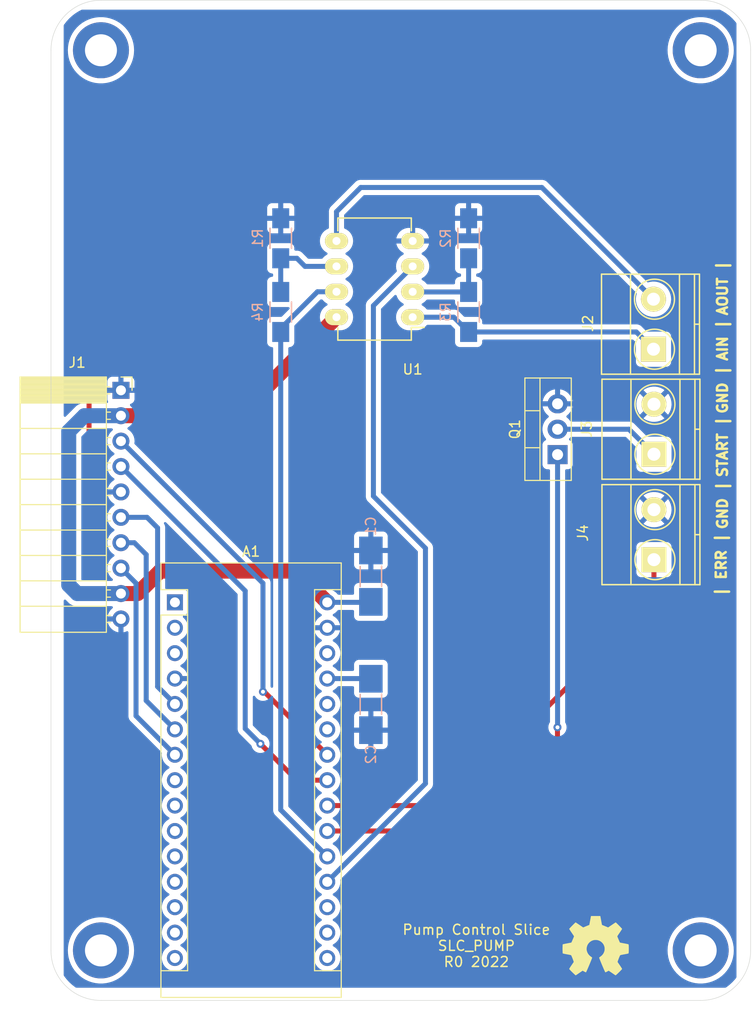
<source format=kicad_pcb>
(kicad_pcb (version 20211014) (generator pcbnew)
  (layers (0 "F.Cu" signal) (31 "B.Cu" signal) (34 "B.Paste" user) (35 "F.Paste" user) (36 "B.SilkS" user "B.Silkscreen") (37 "F.SilkS" user "F.Silkscreen") (38 "B.Mask" user) (39 "F.Mask" user) (44 "Edge.Cuts" user))
  (net 0 "")
  (net 4 "GND")
  (net 7 "/A_TO_PUMP")
  (net 8 "+5V")
  (net 9 "/A_FB")
  (net 10 "/start_sw")
  (net 11 "/error_io")
  (net 14 "/I2C_CLK")
  (net 16 "/I2C_DAT")
  (net 18 "/SYNC")
  (net 20 "/E_STOP")
  (net 28 "+12V")
  (net 29 "/INT")
  (net 30 "/start")
  (net 31 "Net-(R1-Pad2)")
  (net 32 "Net-(R2-Pad2)")
  (net 33 "/A_IN")
  (net 34 "/A_OUT")
  (footprint "MountingHole:MountingHole_3.2mm_M3_DIN965_Pad" (layer "F.Cu") (at 127.6 44.8)
    (fp_text reference "H1" hide)
    (fp_text value "MountingHole")
    (pad "1" thru_hole circle locked (at 0 0) (size 5.6 5.6) (drill 3.2) (layers *.Cu *.Mask))
  )
  (footprint "MountingHole:MountingHole_3.2mm_M3_DIN965_Pad" (layer "F.Cu") (at 187.6 44.8)
    (fp_text reference "H2" hide)
    (fp_text value "MountingHole")
    (pad "1" thru_hole circle locked (at 0 0) (size 5.6 5.6) (drill 3.2) (layers *.Cu *.Mask))
  )
  (footprint "MountingHole:MountingHole_3.2mm_M3_DIN965_Pad" (layer "F.Cu") (at 127.6 134.8)
    (fp_text reference "H3" hide)
    (fp_text value "MountingHole")
    (pad "1" thru_hole circle locked (at 0 0) (size 5.6 5.6) (drill 3.2) (layers *.Cu *.Mask))
  )
  (footprint "MountingHole:MountingHole_3.2mm_M3_DIN965_Pad" (layer "F.Cu") (at 187.6 134.8)
    (fp_text reference "H4" hide)
    (fp_text value "MountingHole")
    (pad "1" thru_hole circle locked (at 0 0) (size 5.6 5.6) (drill 3.2) (layers *.Cu *.Mask))
  )
  (footprint "Module:Arduino_Nano" (layer "F.Cu") (at 135 100)
    (fp_text reference "A1" (at 7.62 -5.08) (layer "F.SilkS"))
    (fp_text value "Arduino_Nano_v3.x")
    (fp_line (start 1.27 -1.27) (end -1.4 -1.27) (layer "F.SilkS") (width 0.12))
    (fp_line (start 13.97 -1.27) (end 13.97 36.83) (layer "F.SilkS") (width 0.12))
    (fp_line (start 1.27 36.83) (end -1.4 36.83) (layer "F.SilkS") (width 0.12))
    (fp_line (start -1.4 -3.94) (end -1.4 -1.27) (layer "F.SilkS") (width 0.12))
    (fp_line (start 1.27 1.27) (end 1.27 36.83) (layer "F.SilkS") (width 0.12))
    (fp_line (start 1.27 1.27) (end -1.4 1.27) (layer "F.SilkS") (width 0.12))
    (fp_line (start 13.97 -1.27) (end 16.64 -1.27) (layer "F.SilkS") (width 0.12))
    (fp_line (start 16.64 39.5) (end 16.64 -3.94) (layer "F.SilkS") (width 0.12))
    (fp_line (start 13.97 36.83) (end 16.64 36.83) (layer "F.SilkS") (width 0.12))
    (fp_line (start -1.4 39.5) (end 16.64 39.5) (layer "F.SilkS") (width 0.12))
    (fp_line (start -1.4 1.27) (end -1.4 39.5) (layer "F.SilkS") (width 0.12))
    (fp_line (start 1.27 1.27) (end 1.27 -1.27) (layer "F.SilkS") (width 0.12))
    (fp_line (start 16.64 -3.94) (end -1.4 -3.94) (layer "F.SilkS") (width 0.12))
    (pad "1" thru_hole rect locked (at 0 0) (size 1.6 1.6) (drill 1) (layers *.Cu *.Mask))
    (pad "2" thru_hole oval locked (at 0 2.54) (size 1.6 1.6) (drill 1) (layers *.Cu *.Mask))
    (pad "3" thru_hole oval locked (at 0 5.08) (size 1.6 1.6) (drill 1) (layers *.Cu *.Mask))
    (pad "4" thru_hole oval locked (at 0 7.62) (size 1.6 1.6) (drill 1) (layers *.Cu *.Mask) (net 4 "GND"))
    (pad "5" thru_hole oval locked (at 0 10.16) (size 1.6 1.6) (drill 1) (layers *.Cu *.Mask) (net 20 "/E_STOP"))
    (pad "6" thru_hole oval locked (at 0 12.7) (size 1.6 1.6) (drill 1) (layers *.Cu *.Mask) (net 29 "/INT"))
    (pad "7" thru_hole oval locked (at 0 15.24) (size 1.6 1.6) (drill 1) (layers *.Cu *.Mask) (net 18 "/SYNC"))
    (pad "8" thru_hole oval locked (at 0 17.78) (size 1.6 1.6) (drill 1) (layers *.Cu *.Mask))
    (pad "9" thru_hole oval locked (at 0 20.32) (size 1.6 1.6) (drill 1) (layers *.Cu *.Mask))
    (pad "10" thru_hole oval locked (at 0 22.86) (size 1.6 1.6) (drill 1) (layers *.Cu *.Mask))
    (pad "11" thru_hole oval locked (at 0 25.4) (size 1.6 1.6) (drill 1) (layers *.Cu *.Mask))
    (pad "12" thru_hole oval locked (at 0 27.94) (size 1.6 1.6) (drill 1) (layers *.Cu *.Mask))
    (pad "13" thru_hole oval locked (at 0 30.48) (size 1.6 1.6) (drill 1) (layers *.Cu *.Mask))
    (pad "14" thru_hole oval locked (at 0 33.02) (size 1.6 1.6) (drill 1) (layers *.Cu *.Mask))
    (pad "15" thru_hole oval locked (at 0 35.56) (size 1.6 1.6) (drill 1) (layers *.Cu *.Mask))
    (pad "16" thru_hole oval locked (at 15.24 35.56) (size 1.6 1.6) (drill 1) (layers *.Cu *.Mask))
    (pad "17" thru_hole oval locked (at 15.24 33.02) (size 1.6 1.6) (drill 1) (layers *.Cu *.Mask))
    (pad "18" thru_hole oval locked (at 15.24 30.48) (size 1.6 1.6) (drill 1) (layers *.Cu *.Mask))
    (pad "19" thru_hole oval locked (at 15.24 27.94) (size 1.6 1.6) (drill 1) (layers *.Cu *.Mask) (net 7 "/A_TO_PUMP"))
    (pad "20" thru_hole oval locked (at 15.24 25.4) (size 1.6 1.6) (drill 1) (layers *.Cu *.Mask) (net 9 "/A_FB"))
    (pad "21" thru_hole oval locked (at 15.24 22.86) (size 1.6 1.6) (drill 1) (layers *.Cu *.Mask) (net 10 "/start_sw"))
    (pad "22" thru_hole oval locked (at 15.24 20.32) (size 1.6 1.6) (drill 1) (layers *.Cu *.Mask) (net 11 "/error_io"))
    (pad "23" thru_hole oval locked (at 15.24 17.78) (size 1.6 1.6) (drill 1) (layers *.Cu *.Mask) (net 16 "/I2C_DAT"))
    (pad "24" thru_hole oval locked (at 15.24 15.24) (size 1.6 1.6) (drill 1) (layers *.Cu *.Mask) (net 14 "/I2C_CLK"))
    (pad "25" thru_hole oval locked (at 15.24 12.7) (size 1.6 1.6) (drill 1) (layers *.Cu *.Mask))
    (pad "26" thru_hole oval locked (at 15.24 10.16) (size 1.6 1.6) (drill 1) (layers *.Cu *.Mask))
    (pad "27" thru_hole oval locked (at 15.24 7.62) (size 1.6 1.6) (drill 1) (layers *.Cu *.Mask) (net 8 "+5V"))
    (pad "28" thru_hole oval locked (at 15.24 5.08) (size 1.6 1.6) (drill 1) (layers *.Cu *.Mask))
    (pad "29" thru_hole oval locked (at 15.24 2.54) (size 1.6 1.6) (drill 1) (layers *.Cu *.Mask) (net 4 "GND"))
    (pad "30" thru_hole oval locked (at 15.24 0) (size 1.6 1.6) (drill 1) (layers *.Cu *.Mask) (net 28 "+12V"))
  )
  (footprint "Connector_PinSocket_2.54mm:PinSocket_1x10_P2.54mm_Horizontal" (layer "F.Cu") (at 129.6 78.8)
    (fp_text reference "J1" (at -4.38 -2.77) (layer "F.SilkS"))
    (fp_text value "Conn_01x10_Female")
    (fp_line (start -10.09 -0.26524) (end -1.46 -0.26524) (layer "F.SilkS") (width 0.12))
    (fp_line (start -10.09 -1.33) (end -1.46 -1.33) (layer "F.SilkS") (width 0.12))
    (fp_line (start -10.09 1.1519) (end -1.46 1.1519) (layer "F.SilkS") (width 0.12))
    (fp_line (start -10.09 16.51) (end -1.46 16.51) (layer "F.SilkS") (width 0.12))
    (fp_line (start -10.09 3.81) (end -1.46 3.81) (layer "F.SilkS") (width 0.12))
    (fp_line (start -10.09 19.05) (end -1.46 19.05) (layer "F.SilkS") (width 0.12))
    (fp_line (start -10.09 -0.619525) (end -1.46 -0.619525) (layer "F.SilkS") (width 0.12))
    (fp_line (start -1.46 22.5) (end -1.05 22.5) (layer "F.SilkS") (width 0.12))
    (fp_line (start -1.46 0.36) (end -1.11 0.36) (layer "F.SilkS") (width 0.12))
    (fp_line (start -10.09 0.325235) (end -1.46 0.325235) (layer "F.SilkS") (width 0.12))
    (fp_line (start -10.09 -1.091905) (end -1.46 -1.091905) (layer "F.SilkS") (width 0.12))
    (fp_line (start -1.46 2.18) (end -1.05 2.18) (layer "F.SilkS") (width 0.12))
    (fp_line (start -1.46 2.9) (end -1.05 2.9) (layer "F.SilkS") (width 0.12))
    (fp_line (start -10.09 -0.855715) (end -1.46 -0.855715) (layer "F.SilkS") (width 0.12))
    (fp_line (start 1.11 -1.33) (end 1.11 0) (layer "F.SilkS") (width 0.12))
    (fp_line (start -10.09 1.033805) (end -1.46 1.033805) (layer "F.SilkS") (width 0.12))
    (fp_line (start -1.46 18.14) (end -1.05 18.14) (layer "F.SilkS") (width 0.12))
    (fp_line (start -1.46 15.6) (end -1.05 15.6) (layer "F.SilkS") (width 0.12))
    (fp_line (start -10.09 -1.33) (end -10.09 24.19) (layer "F.SilkS") (width 0.12))
    (fp_line (start -10.09 1.27) (end -1.46 1.27) (layer "F.SilkS") (width 0.12))
    (fp_line (start -10.09 -0.02905) (end -1.46 -0.02905) (layer "F.SilkS") (width 0.12))
    (fp_line (start -1.46 9.8) (end -1.05 9.8) (layer "F.SilkS") (width 0.12))
    (fp_line (start -1.46 19.96) (end -1.05 19.96) (layer "F.SilkS") (width 0.12))
    (fp_line (start -10.09 0.561425) (end -1.46 0.561425) (layer "F.SilkS") (width 0.12))
    (fp_line (start -10.09 -0.97381) (end -1.46 -0.97381) (layer "F.SilkS") (width 0.12))
    (fp_line (start -10.09 13.97) (end -1.46 13.97) (layer "F.SilkS") (width 0.12))
    (fp_line (start -10.09 -0.383335) (end -1.46 -0.383335) (layer "F.SilkS") (width 0.12))
    (fp_line (start -1.46 5.44) (end -1.05 5.44) (layer "F.SilkS") (width 0.12))
    (fp_line (start -1.46 13.06) (end -1.05 13.06) (layer "F.SilkS") (width 0.12))
    (fp_line (start -1.46 10.52) (end -1.05 10.52) (layer "F.SilkS") (width 0.12))
    (fp_line (start -10.09 0.20714) (end -1.46 0.20714) (layer "F.SilkS") (width 0.12))
    (fp_line (start -10.09 -1.21) (end -1.46 -1.21) (layer "F.SilkS") (width 0.12))
    (fp_line (start -10.09 -0.73762) (end -1.46 -0.73762) (layer "F.SilkS") (width 0.12))
    (fp_line (start -10.09 0.44333) (end -1.46 0.44333) (layer "F.SilkS") (width 0.12))
    (fp_line (start -1.46 23.22) (end -1.05 23.22) (layer "F.SilkS") (width 0.12))
    (fp_line (start -10.09 0.67952) (end -1.46 0.67952) (layer "F.SilkS") (width 0.12))
    (fp_line (start -1.46 7.26) (end -1.05 7.26) (layer "F.SilkS") (width 0.12))
    (fp_line (start -10.09 0.91571) (end -1.46 0.91571) (layer "F.SilkS") (width 0.12))
    (fp_line (start 0 -1.33) (end 1.11 -1.33) (layer "F.SilkS") (width 0.12))
    (fp_line (start -1.46 7.98) (end -1.05 7.98) (layer "F.SilkS") (width 0.12))
    (fp_line (start -10.09 8.89) (end -1.46 8.89) (layer "F.SilkS") (width 0.12))
    (fp_line (start -10.09 24.19) (end -1.46 24.19) (layer "F.SilkS") (width 0.12))
    (fp_line (start -10.09 11.43) (end -1.46 11.43) (layer "F.SilkS") (width 0.12))
    (fp_line (start -10.09 0.797615) (end -1.46 0.797615) (layer "F.SilkS") (width 0.12))
    (fp_line (start -10.09 21.59) (end -1.46 21.59) (layer "F.SilkS") (width 0.12))
    (fp_line (start -10.09 -0.147145) (end -1.46 -0.147145) (layer "F.SilkS") (width 0.12))
    (fp_line (start -1.46 12.34) (end -1.05 12.34) (layer "F.SilkS") (width 0.12))
    (fp_line (start -1.46 14.88) (end -1.05 14.88) (layer "F.SilkS") (width 0.12))
    (fp_line (start -10.09 0.089045) (end -1.46 0.089045) (layer "F.SilkS") (width 0.12))
    (fp_line (start -1.46 17.42) (end -1.05 17.42) (layer "F.SilkS") (width 0.12))
    (fp_line (start -1.46 20.68) (end -1.05 20.68) (layer "F.SilkS") (width 0.12))
    (fp_line (start -10.09 -0.50143) (end -1.46 -0.50143) (layer "F.SilkS") (width 0.12))
    (fp_line (start -1.46 4.72) (end -1.05 4.72) (layer "F.SilkS") (width 0.12))
    (fp_line (start -1.46 -0.36) (end -1.11 -0.36) (layer "F.SilkS") (width 0.12))
    (fp_line (start -1.46 -1.33) (end -1.46 24.19) (layer "F.SilkS") (width 0.12))
    (fp_line (start -10.09 6.35) (end -1.46 6.35) (layer "F.SilkS") (width 0.12))
    (pad "1" thru_hole rect locked (at 0 0) (size 1.7 1.7) (drill 1) (layers *.Cu *.Mask) (net 4 "GND"))
    (pad "2" thru_hole oval locked (at 0 2.54) (size 1.7 1.7) (drill 1) (layers *.Cu *.Mask) (net 28 "+12V"))
    (pad "3" thru_hole oval locked (at 0 5.08) (size 1.7 1.7) (drill 1) (layers *.Cu *.Mask) (net 14 "/I2C_CLK"))
    (pad "4" thru_hole oval locked (at 0 7.62) (size 1.7 1.7) (drill 1) (layers *.Cu *.Mask) (net 16 "/I2C_DAT"))
    (pad "5" thru_hole oval locked (at 0 10.16) (size 1.7 1.7) (drill 1) (layers *.Cu *.Mask) (net 4 "GND"))
    (pad "6" thru_hole oval locked (at 0 12.7) (size 1.7 1.7) (drill 1) (layers *.Cu *.Mask) (net 20 "/E_STOP"))
    (pad "7" thru_hole oval locked (at 0 15.24) (size 1.7 1.7) (drill 1) (layers *.Cu *.Mask) (net 29 "/INT"))
    (pad "8" thru_hole oval locked (at 0 17.78) (size 1.7 1.7) (drill 1) (layers *.Cu *.Mask) (net 18 "/SYNC"))
    (pad "9" thru_hole oval locked (at 0 20.32) (size 1.7 1.7) (drill 1) (layers *.Cu *.Mask) (net 28 "+12V"))
    (pad "10" thru_hole oval locked (at 0 22.86) (size 1.7 1.7) (drill 1) (layers *.Cu *.Mask) (net 4 "GND"))
  )
  (footprint "Symbol:OSHW-Symbol_6.7x6mm_SilkScreen" (layer "F.Cu") (at 177.083 134.339)
    (fp_text reference "Logo1" hide)
    (fp_text value "Logo_Open_Hardware_Small" hide)
    (fp_poly (pts (xy 0.555814 -2.531069) (xy 0.639635 -2.086445) (xy 0.94892 -1.958947) (xy 1.258206 -1.831449) (xy 1.629246 -2.083754) (xy 1.733157 -2.154004) (xy 1.827087 -2.216728) (xy 1.906652 -2.269062) (xy 1.96747 -2.308143) (xy 2.005157 -2.331107) (xy 2.015421 -2.336058) (xy 2.03391 -2.323324) (xy 2.07342 -2.288118) (xy 2.129522 -2.234938) (xy 2.197787 -2.168282) (xy 2.273786 -2.092646) (xy 2.353092 -2.012528) (xy 2.431275 -1.932426) (xy 2.503907 -1.856836) (xy 2.566559 -1.790255) (xy 2.614803 -1.737182) (xy 2.64421 -1.702113) (xy 2.651241 -1.690377) (xy 2.641123 -1.66874) (xy 2.612759 -1.621338) (xy 2.569129 -1.552807) (xy 2.513218 -1.467785) (xy 2.448006 -1.370907) (xy 2.410219 -1.31565) (xy 2.341343 -1.214752) (xy 2.28014 -1.123701) (xy 2.229578 -1.04703) (xy 2.192628 -0.989272) (xy 2.172258 -0.954957) (xy 2.169197 -0.947746) (xy 2.176136 -0.927252) (xy 2.195051 -0.879487) (xy 2.223087 -0.811168) (xy 2.257391 -0.729011) (xy 2.295109 -0.63973) (xy 2.333387 -0.550042) (xy 2.36937 -0.466662) (xy 2.400206 -0.396306) (xy 2.423039 -0.34569) (xy 2.435017 -0.321529) (xy 2.435724 -0.320578) (xy 2.454531 -0.315964) (xy 2.504618 -0.305672) (xy 2.580793 -0.290713) (xy 2.677865 -0.272099) (xy 2.790643 -0.250841) (xy 2.856442 -0.238582) (xy 2.97695 -0.215638) (xy 3.085797 -0.193805) (xy 3.177476 -0.174278) (xy 3.246481 -0.158252) (xy 3.287304 -0.146921) (xy 3.295511 -0.143326) (xy 3.303548 -0.118994) (xy 3.310033 -0.064041) (xy 3.31497 0.015108) (xy 3.318364 0.112026) (xy 3.320218 0.220287) (xy 3.320538 0.333465) (xy 3.319327 0.445135) (xy 3.31659 0.548868) (xy 3.312331 0.638241) (xy 3.306555 0.706826) (xy 3.299267 0.748197) (xy 3.294895 0.75681) (xy 3.268764 0.767133) (xy 3.213393 0.781892) (xy 3.136107 0.799352) (xy 3.04423 0.81778) (xy 3.012158 0.823741) (xy 2.857524 0.852066) (xy 2.735375 0.874876) (xy 2.641673 0.89308) (xy 2.572384 0.907583) (xy 2.523471 0.919292) (xy 2.490897 0.929115) (xy 2.470628 0.937956) (xy 2.458626 0.946724) (xy 2.456947 0.948457) (xy 2.440184 0.976371) (xy 2.414614 1.030695) (xy 2.382788 1.104777) (xy 2.34726 1.191965) (xy 2.310583 1.285608) (xy 2.275311 1.379052) (xy 2.243996 1.465647) (xy 2.219193 1.53874) (xy 2.203454 1.591678) (xy 2.199332 1.617811) (xy 2.199676 1.618726) (xy 2.213641 1.640086) (xy 2.245322 1.687084) (xy 2.291391 1.754827) (xy 2.348518 1.838423) (xy 2.413373 1.932982) (xy 2.431843 1.959854) (xy 2.497699 2.057275) (xy 2.55565 2.146163) (xy 2.602538 2.221412) (xy 2.635207 2.27792) (xy 2.6505 2.310581) (xy 2.651241 2.314593) (xy 2.638392 2.335684) (xy 2.602888 2.377464) (xy 2.549293 2.435445) (xy 2.482171 2.505135) (xy 2.406087 2.582045) (xy 2.325604 2.661683) (xy 2.245287 2.739561) (xy 2.169699 2.811186) (xy 2.103405 2.87207) (xy 2.050969 2.917721) (xy 2.016955 2.94365) (xy 2.007545 2.947883) (xy 1.985643 2.937912) (xy 1.9408 2.91102) (xy 1.880321 2.871736) (xy 1.833789 2.840117) (xy 1.749475 2.782098) (xy 1.649626 2.713784) (xy 1.549473 2.645579) (xy 1.495627 2.609075) (xy 1.313371 2.4858) (xy 1.160381 2.56852) (xy 1.090682 2.604759) (xy 1.031414 2.632926) (xy 0.991311 2.648991) (xy 0.981103 2.651226) (xy 0.968829 2.634722) (xy 0.944613 2.588082) (xy 0.910263 2.515609) (xy 0.867588 2.421606) (xy 0.818394 2.310374) (xy 0.76449 2.186215) (xy 0.707684 2.053432) (xy 0.649782 1.916327) (xy 0.592593 1.779202) (xy 0.537924 1.646358) (xy 0.487584 1.522098) (xy 0.44338 1.410725) (xy 0.407119 1.316539) (xy 0.380609 1.243844) (xy 0.365658 1.196941) (xy 0.363254 1.180833) (xy 0.382311 1.160286) (xy 0.424036 1.126933) (xy 0.479706 1.087702) (xy 0.484378 1.084599) (xy 0.628264 0.969423) (xy 0.744283 0.835053) (xy 0.83143 0.685784) (xy 0.888699 0.525913) (xy 0.915086 0.359737) (xy 0.909585 0.191552) (xy 0.87119 0.025655) (xy 0.798895 -0.133658) (xy 0.777626 -0.168513) (xy 0.666996 -0.309263) (xy 0.536302 -0.422286) (xy 0.390064 -0.506997) (xy 0.232808 -0.562806) (xy 0.069057 -0.589126) (xy -0.096667 -0.58537) (xy -0.259838 -0.55095) (xy -0.415935 -0.485277) (xy -0.560433 -0.387765) (xy -0.605131 -0.348187) (xy -0.718888 -0.224297) (xy -0.801782 -0.093876) (xy -0.858644 0.052315) (xy -0.890313 0.197088) (xy -0.898131 0.35986) (xy -0.872062 0.52344) (xy -0.814755 0.682298) (xy -0.728856 0.830906) (xy -0.617014 0.963735) (xy -0.481877 1.075256) (xy -0.464117 1.087011) (xy -0.40785 1.125508) (xy -0.365077 1.158863) (xy -0.344628 1.18016) (xy -0.344331 1.180833) (xy -0.348721 1.203871) (xy -0.366124 1.256157) (xy -0.394732 1.33339) (xy -0.432735 1.431268) (xy -0.478326 1.545491) (xy -0.529697 1.671758) (xy -0.585038 1.805767) (xy -0.642542 1.943218) (xy -0.700399 2.079808) (xy -0.756802 2.211237) (xy -0.809942 2.333205) (xy -0.85801 2.441409) (xy -0.899199 2.531549) (xy -0.931699 2.599323) (xy -0.953703 2.64043) (xy -0.962564 2.651226) (xy -0.98964 2.642819) (xy -1.040303 2.620272) (xy -1.105817 2.587613) (xy -1.141841 2.56852) (xy -1.294832 2.4858) (xy -1.477088 2.609075) (xy -1.570125 2.672228) (xy -1.671985 2.741727) (xy -1.767438 2.807165) (xy -1.81525 2.840117) (xy -1.882495 2.885273) (xy -1.939436 2.921057) (xy -1.978646 2.942938) (xy -1.991381 2.947563) (xy -2.009917 2.935085) (xy -2.050941 2.900252) (xy -2.110475 2.846678) (xy -2.184542 2.777983) (xy -2.269165 2.697781) (xy -2.322685 2.646286) (xy -2.416319 2.554286) (xy -2.497241 2.471999) (xy -2.562177 2.402945) (xy -2.607858 2.350644) (xy -2.631011 2.318616) (xy -2.633232 2.312116) (xy -2.622924 2.287394) (xy -2.594439 2.237405) (xy -2.550937 2.167212) (xy -2.495577 2.081875) (xy -2.43152 1.986456) (xy -2.413303 1.959854) (xy -2.346927 1.863167) (xy -2.287378 1.776117) (xy -2.237984 1.703595) (xy -2.202075 1.650493) (xy -2.182981 1.621703) (xy -2.181136 1.618726) (xy -2.183895 1.595782) (xy -2.198538 1.545336) (xy -2.222513 1.474041) (xy -2.253266 1.388547) (xy -2.288244 1.295507) (xy -2.324893 1.201574) (xy -2.360661 1.113399) (xy -2.392994 1.037634) (xy -2.419338 0.980931) (xy -2.437142 0.949943) (xy -2.438407 0.948457) (xy -2.449294 0.939601) (xy -2.467682 0.930843) (xy -2.497606 0.921277) (xy -2.543103 0.909996) (xy -2.608209 0.896093) (xy -2.696961 0.878663) (xy -2.813393 0.856798) (xy -2.961542 0.829591) (xy -2.993618 0.823741) (xy -3.088686 0.805374) (xy -3.171565 0.787405) (xy -3.23493 0.771569) (xy -3.271458 0.7596) (xy -3.276356 0.75681) (xy -3.284427 0.732072) (xy -3.290987 0.67679) (xy -3.296033 0.597389) (xy -3.299559 0.500296) (xy -3.301561 0.391938) (xy -3.302036 0.27874) (xy -3.300977 0.167128) (xy -3.298382 0.063529) (xy -3.294246 -0.025632) (xy -3.288563 -0.093928) (xy -3.281331 -0.134934) (xy -3.276971 -0.143326) (xy -3.252698 -0.151792) (xy -3.197426 -0.165565) (xy -3.116662 -0.18345) (xy -3.015912 -0.204252) (xy -2.900683 -0.226777) (xy -2.837902 -0.238582) (xy -2.718787 -0.260849) (xy -2.612565 -0.281021) (xy -2.524427 -0.298085) (xy -2.459566 -0.311031) (xy -2.423174 -0.318845) (xy -2.417184 -0.320578) (xy -2.407061 -0.34011) (xy -2.385662 -0.387157) (xy -2.355839 -0.454997) (xy -2.320445 -0.536909) (xy -2.282332 -0.626172) (xy -2.244353 -0.716065) (xy -2.20936 -0.799865) (xy -2.180206 -0.870853) (xy -2.159743 -0.922306) (xy -2.150823 -0.947503) (xy -2.150657 -0.948604) (xy -2.160769 -0.968481) (xy -2.189117 -1.014223) (xy -2.232723 -1.081283) (xy -2.288606 -1.165116) (xy -2.353787 -1.261174) (xy -2.391679 -1.31635) (xy -2.460725 -1.417519) (xy -2.52205 -1.50937) (xy -2.572663 -1.587256) (xy -2.609571 -1.646531) (xy -2.629782 -1.682549) (xy -2.632701 -1.690623) (xy -2.620153 -1.709416) (xy -2.585463 -1.749543) (xy -2.533063 -1.806507) (xy -2.467384 -1.875815) (xy -2.392856 -1.952969) (xy -2.313913 -2.033475) (xy -2.234983 -2.112837) (xy -2.1605 -2.18656) (xy -2.094894 -2.250148) (xy -2.042596 -2.299106) (xy -2.008039 -2.328939) (xy -1.996478 -2.336058) (xy -1.977654 -2.326047) (xy -1.932631 -2.297922) (xy -1.865787 -2.254546) (xy -1.781499 -2.198782) (xy -1.684144 -2.133494) (xy -1.610707 -2.083754) (xy -1.239667 -1.831449) (xy -0.621095 -2.086445) (xy -0.537275 -2.531069) (xy -0.453454 -2.975693) (xy 0.471994 -2.975693) (xy 0.555814 -2.531069)) (layer "F.SilkS") (width 0.01) (fill solid))
  )
  (footprint "Package_TO_SOT_THT:TO-220-3_Vertical" (layer "F.Cu") (at 173.283 85.23 90)
    (fp_text reference "Q1" (at 2.54 -4.27 90) (layer "F.SilkS"))
    (fp_text value "TIP120")
    (fp_line (start 4.391 -3.27) (end 4.391 -1.76) (layer "F.SilkS") (width 0.12))
    (fp_line (start 0.69 -3.27) (end 0.69 -1.76) (layer "F.SilkS") (width 0.12))
    (fp_line (start 7.66 -3.27) (end 7.66 1.371) (layer "F.SilkS") (width 0.12))
    (fp_line (start -2.58 1.371) (end 7.66 1.371) (layer "F.SilkS") (width 0.12))
    (fp_line (start -2.58 -3.27) (end -2.58 1.371) (layer "F.SilkS") (width 0.12))
    (fp_line (start -2.58 -1.76) (end 7.66 -1.76) (layer "F.SilkS") (width 0.12))
    (fp_line (start -2.58 -3.27) (end 7.66 -3.27) (layer "F.SilkS") (width 0.12))
    (pad "1" thru_hole rect locked (at 0 0 90) (size 1.905 2) (drill 1.1) (layers *.Cu *.Mask) (net 10 "/start_sw"))
    (pad "2" thru_hole oval locked (at 2.54 0 90) (size 1.905 2) (drill 1.1) (layers *.Cu *.Mask) (net 30 "/start"))
    (pad "3" thru_hole oval locked (at 5.08 0 90) (size 1.905 2) (drill 1.1) (layers *.Cu *.Mask) (net 4 "GND"))
  )
  (footprint "OCI:DIP-8_W7.62mm_LongPads" (layer "F.Cu") (at 158.785 71.489 180)
    (fp_text reference "U1" (at 0 -5.22) (layer "F.SilkS"))
    (fp_text value "LM358")
    (fp_line (start 7.485 -2.295) (end 7.485 -1.025) (layer "F.SilkS") (width 0.15))
    (fp_line (start 0.135 9.915) (end 7.485 9.915) (layer "F.SilkS") (width 0.15))
    (fp_line (start 0.135 9.915) (end 0.135 8.645) (layer "F.SilkS") (width 0.15))
    (fp_line (start 0.135 -2.295) (end 0.135 -1.025) (layer "F.SilkS") (width 0.15))
    (fp_line (start 0.135 -2.295) (end 7.485 -2.295) (layer "F.SilkS") (width 0.15))
    (fp_line (start 0.135 -1.025) (end -1.15 -1.025) (layer "F.SilkS") (width 0.15))
    (fp_line (start 7.485 9.915) (end 7.485 8.645) (layer "F.SilkS") (width 0.15))
    (pad "1" thru_hole oval locked (at 0 0 180) (size 2.3 1.6) (drill 0.8) (layers *.Cu *.Mask "F.SilkS") (net 33 "/A_IN"))
    (pad "2" thru_hole oval locked (at 0 2.54 180) (size 2.3 1.6) (drill 0.8) (layers *.Cu *.Mask "F.SilkS") (net 32 "Net-(R2-Pad2)"))
    (pad "3" thru_hole oval locked (at 0 5.08 180) (size 2.3 1.6) (drill 0.8) (layers *.Cu *.Mask "F.SilkS") (net 7 "/A_TO_PUMP"))
    (pad "4" thru_hole oval locked (at 0 7.62 180) (size 2.3 1.6) (drill 0.8) (layers *.Cu *.Mask "F.SilkS") (net 4 "GND"))
    (pad "5" thru_hole oval locked (at 7.62 7.62 180) (size 2.3 1.6) (drill 0.8) (layers *.Cu *.Mask "F.SilkS") (net 34 "/A_OUT"))
    (pad "6" thru_hole oval locked (at 7.62 5.08 180) (size 2.3 1.6) (drill 0.8) (layers *.Cu *.Mask "F.SilkS") (net 31 "Net-(R1-Pad2)"))
    (pad "7" thru_hole oval locked (at 7.62 2.54 180) (size 2.3 1.6) (drill 0.8) (layers *.Cu *.Mask "F.SilkS") (net 9 "/A_FB"))
    (pad "8" thru_hole oval locked (at 7.62 0 180) (size 2.3 1.6) (drill 0.8) (layers *.Cu *.Mask "F.SilkS") (net 28 "+12V"))
  )
  (footprint "OCI:TerminalBlock_Pheonix_MKDS1.5-2pol" (layer "F.Cu") (at 182.879 74.689 90)
    (fp_text reference "J2" (at 2.58 -6.558 90) (layer "F.SilkS"))
    (fp_text value "Term_2")
    (fp_line (start 7.5 -5.2) (end -2.5 -5.2) (layer "F.SilkS") (width 0.15))
    (fp_line (start -2.5 4.6) (end 7.5 4.6) (layer "F.SilkS") (width 0.15))
    (fp_line (start -2.5 4.1) (end 7.5 4.1) (layer "F.SilkS") (width 0.15))
    (fp_line (start -2.5 -5.2) (end -2.5 4.6) (layer "F.SilkS") (width 0.15))
    (fp_line (start 2.5 4.1) (end 2.5 4.6) (layer "F.SilkS") (width 0.15))
    (fp_line (start 7.5 4.6) (end 7.5 -5.2) (layer "F.SilkS") (width 0.15))
    (fp_line (start -2.5 2.6) (end 7.5 2.6) (layer "F.SilkS") (width 0.15))
    (fp_line (start -2.5 -2.3) (end 7.5 -2.3) (layer "F.SilkS") (width 0.15))
    (fp_circle (center 0 0.1) (end 2 0.1) (layer "F.SilkS") (width 0.15) (fill none))
    (fp_circle (center 5 0.1) (end 3 0.1) (layer "F.SilkS") (width 0.15) (fill none))
    (pad "1" thru_hole rect locked (at 0 0 90) (size 2.5 2.5) (drill 1.3) (layers *.Cu *.Mask "F.SilkS") (net 33 "/A_IN"))
    (pad "2" thru_hole circle locked (at 5 0 90) (size 2.5 2.5) (drill 1.3) (layers *.Cu *.Mask "F.SilkS") (net 34 "/A_OUT"))
  )
  (footprint "OCI:TerminalBlock_Pheonix_MKDS1.5-2pol" (layer "F.Cu") (at 182.925 85.19 90)
    (fp_text reference "J3" (at 2.5 -6.731 90) (layer "F.SilkS"))
    (fp_text value "Term_2")
    (fp_line (start 2.5 4.1) (end 2.5 4.6) (layer "F.SilkS") (width 0.15))
    (fp_line (start 7.5 4.6) (end 7.5 -5.2) (layer "F.SilkS") (width 0.15))
    (fp_line (start -2.5 2.6) (end 7.5 2.6) (layer "F.SilkS") (width 0.15))
    (fp_line (start -2.5 -2.3) (end 7.5 -2.3) (layer "F.SilkS") (width 0.15))
    (fp_line (start 7.5 -5.2) (end -2.5 -5.2) (layer "F.SilkS") (width 0.15))
    (fp_line (start -2.5 4.1) (end 7.5 4.1) (layer "F.SilkS") (width 0.15))
    (fp_line (start -2.5 4.6) (end 7.5 4.6) (layer "F.SilkS") (width 0.15))
    (fp_line (start -2.5 -5.2) (end -2.5 4.6) (layer "F.SilkS") (width 0.15))
    (fp_circle (center 5 0.1) (end 3 0.1) (layer "F.SilkS") (width 0.15) (fill none))
    (fp_circle (center 0 0.1) (end 2 0.1) (layer "F.SilkS") (width 0.15) (fill none))
    (pad "1" thru_hole rect locked (at 0 0 90) (size 2.5 2.5) (drill 1.3) (layers *.Cu *.Mask "F.SilkS") (net 30 "/start"))
    (pad "2" thru_hole circle locked (at 5 0 90) (size 2.5 2.5) (drill 1.3) (layers *.Cu *.Mask "F.SilkS") (net 4 "GND"))
  )
  (footprint "OCI:TerminalBlock_Pheonix_MKDS1.5-2pol" (layer "F.Cu") (at 182.925 95.731 90)
    (fp_text reference "J4" (at 2.667 -7.112 90) (layer "F.SilkS"))
    (fp_text value "Term_2")
    (fp_line (start -2.5 4.1) (end 7.5 4.1) (layer "F.SilkS") (width 0.15))
    (fp_line (start 7.5 -5.2) (end -2.5 -5.2) (layer "F.SilkS") (width 0.15))
    (fp_line (start -2.5 -2.3) (end 7.5 -2.3) (layer "F.SilkS") (width 0.15))
    (fp_line (start -2.5 2.6) (end 7.5 2.6) (layer "F.SilkS") (width 0.15))
    (fp_line (start -2.5 -5.2) (end -2.5 4.6) (layer "F.SilkS") (width 0.15))
    (fp_line (start 2.5 4.1) (end 2.5 4.6) (layer "F.SilkS") (width 0.15))
    (fp_line (start 7.5 4.6) (end 7.5 -5.2) (layer "F.SilkS") (width 0.15))
    (fp_line (start -2.5 4.6) (end 7.5 4.6) (layer "F.SilkS") (width 0.15))
    (fp_circle (center 0 0.1) (end 2 0.1) (layer "F.SilkS") (width 0.15) (fill none))
    (fp_circle (center 5 0.1) (end 3 0.1) (layer "F.SilkS") (width 0.15) (fill none))
    (pad "1" thru_hole rect locked (at 0 0 90) (size 2.5 2.5) (drill 1.3) (layers *.Cu *.Mask "F.SilkS") (net 11 "/error_io"))
    (pad "2" thru_hole circle locked (at 5 0 90) (size 2.5 2.5) (drill 1.3) (layers *.Cu *.Mask "F.SilkS") (net 4 "GND"))
  )
  (footprint "OCI_UPL_FOOTPRINTS:C_2312" (layer "B.Cu") (at 154.604 110.209 -90)
    (fp_text reference "C2" (at 5 0 90) (layer "B.SilkS") (effects (justify mirror)))
    (fp_text value "10uF_t")
    (fp_line (start 0.97 -1.07) (end -1.04 -1.07) (layer "B.SilkS") (width 0.15))
    (fp_line (start 1 1.07) (end -1.01 1.07) (layer "B.SilkS") (width 0.15))
    (pad "1" smd rect locked (at -2.57 0 270) (size 2.77 2.35) (layers "B.Cu" "B.Paste" "B.Mask") (net 8 "+5V"))
    (pad "2" smd rect locked (at 2.57 0 270) (size 2.77 2.35) (layers "B.Cu" "B.Paste" "B.Mask") (net 4 "GND"))
  )
  (footprint "OCI_UPL_FOOTPRINTS:C_2312" (layer "B.Cu") (at 154.604 97.382 90)
    (fp_text reference "C1" (at 5 0 90) (layer "B.SilkS") (effects (justify mirror)))
    (fp_text value "10uF_t")
    (fp_line (start 0.97 -1.07) (end -1.04 -1.07) (layer "B.SilkS") (width 0.15))
    (fp_line (start 1 1.07) (end -1.01 1.07) (layer "B.SilkS") (width 0.15))
    (pad "1" smd rect locked (at -2.57 0 90) (size 2.77 2.35) (layers "B.Cu" "B.Paste" "B.Mask") (net 28 "+12V"))
    (pad "2" smd rect locked (at 2.57 0 90) (size 2.77 2.35) (layers "B.Cu" "B.Paste" "B.Mask") (net 4 "GND"))
  )
  (footprint "OCI:R_1206_HandSoldering" (layer "B.Cu") (at 164.383 63.6 -90)
    (fp_text reference "R2" (at 0 2.3 90) (layer "B.SilkS") (effects (justify mirror)))
    (fp_text value "1k")
    (fp_line (start 1 -1.075) (end -1 -1.075) (layer "B.SilkS") (width 0.15))
    (fp_line (start -1 1.075) (end 1 1.075) (layer "B.SilkS") (width 0.15))
    (pad "1" smd rect locked (at -2 0 270) (size 2 1.7) (layers "B.Cu" "B.Paste" "B.Mask") (net 4 "GND"))
    (pad "2" smd rect locked (at 2 0 270) (size 2 1.7) (layers "B.Cu" "B.Paste" "B.Mask") (net 32 "Net-(R2-Pad2)"))
  )
  (footprint "OCI:R_1206_HandSoldering" (layer "B.Cu") (at 145.587 63.6 -90)
    (fp_text reference "R1" (at 0 2.3 90) (layer "B.SilkS") (effects (justify mirror)))
    (fp_text value "1k")
    (fp_line (start -1 1.075) (end 1 1.075) (layer "B.SilkS") (width 0.15))
    (fp_line (start 1 -1.075) (end -1 -1.075) (layer "B.SilkS") (width 0.15))
    (pad "1" smd rect locked (at -2 0 270) (size 2 1.7) (layers "B.Cu" "B.Paste" "B.Mask") (net 4 "GND"))
    (pad "2" smd rect locked (at 2 0 270) (size 2 1.7) (layers "B.Cu" "B.Paste" "B.Mask") (net 31 "Net-(R1-Pad2)"))
  )
  (footprint "OCI:R_1206_HandSoldering" (layer "B.Cu") (at 164.383 70.966 -90)
    (fp_text reference "R3" (at 0 2.3 90) (layer "B.SilkS") (effects (justify mirror)))
    (fp_text value "1k")
    (fp_line (start -1 1.075) (end 1 1.075) (layer "B.SilkS") (width 0.15))
    (fp_line (start 1 -1.075) (end -1 -1.075) (layer "B.SilkS") (width 0.15))
    (pad "1" smd rect locked (at -2 0 270) (size 2 1.7) (layers "B.Cu" "B.Paste" "B.Mask") (net 32 "Net-(R2-Pad2)"))
    (pad "2" smd rect locked (at 2 0 270) (size 2 1.7) (layers "B.Cu" "B.Paste" "B.Mask") (net 33 "/A_IN"))
  )
  (footprint "OCI:R_1206_HandSoldering" (layer "B.Cu") (at 145.587 70.966 -90)
    (fp_text reference "R4" (at 0 2.3 90) (layer "B.SilkS") (effects (justify mirror)))
    (fp_text value "4k")
    (fp_line (start 1 -1.075) (end -1 -1.075) (layer "B.SilkS") (width 0.15))
    (fp_line (start -1 1.075) (end 1 1.075) (layer "B.SilkS") (width 0.15))
    (pad "1" smd rect locked (at -2 0 270) (size 2 1.7) (layers "B.Cu" "B.Paste" "B.Mask") (net 31 "Net-(R1-Pad2)"))
    (pad "2" smd rect locked (at 2 0 270) (size 2 1.7) (layers "B.Cu" "B.Paste" "B.Mask") (net 9 "/A_FB"))
  )
  (gr_line (start 192.6 44.8) (end 192.6 134.8) (layer "Edge.Cuts") (width 0.05))
  (gr_arc (start 187.6 39.8) (mid 191.135534 41.264466) (end 192.6 44.8) (layer "Edge.Cuts") (width 0.05))
  (gr_arc (start 127.6 139.8) (mid 124.064466 138.335534) (end 122.6 134.8) (layer "Edge.Cuts") (width 0.05))
  (gr_line (start 127.6 139.8) (end 187.6 139.8) (layer "Edge.Cuts") (width 0.05))
  (gr_line (start 122.6 134.8) (end 122.6 44.8) (layer "Edge.Cuts") (width 0.05))
  (gr_arc (start 122.6 44.8) (mid 124.064466 41.264466) (end 127.6 39.8) (layer "Edge.Cuts") (width 0.05))
  (gr_line (start 127.6 39.8) (end 187.6 39.8) (layer "Edge.Cuts") (width 0.05))
  (gr_arc (start 192.6 134.8) (mid 191.135534 138.335534) (end 187.6 139.8) (layer "Edge.Cuts") (width 0.05))
  (gr_text "| ERR |" (at 189.656 96.239 90) (layer "F.SilkS") (effects (font (size 1 1) (thickness 0.25))))
  (gr_text "AIN |" (at 189.783 73.76 90) (layer "F.SilkS") (effects (font (size 1 1) (thickness 0.25))))
  (gr_text "Pump Control Slice\nSLC_PUMP\nR0 2022" (at 165.161999 134.339) (layer "F.SilkS") (effects (font (size 1 1))))
  (gr_text "AOUT |" (at 189.783 68.553 90) (layer "F.SilkS") (effects (font (size 1 1) (thickness 0.25))))
  (gr_text "START |" (at 189.783 84.428 90) (layer "F.SilkS") (effects (font (size 1 1) (thickness 0.25))))
  (gr_text "GND |" (at 189.783 78.713 90) (layer "F.SilkS") (effects (font (size 1 1) (thickness 0.25))))
  (gr_text "GND |" (at 189.783 90.27 90) (layer "F.SilkS") (effects (font (size 1 1) (thickness 0.25))))
  (segment (start 127.212 78.8) (end 126.41 79.602) (width 0.5) (layer "F.Cu") (net 4))
  (segment (start 126.41 79.602) (end 126.41 87.984) (width 0.5) (layer "F.Cu") (net 4))
  (segment (start 129.6 78.8) (end 127.212 78.8) (width 0.5) (layer "F.Cu") (net 4))
  (segment (start 126.41 87.984) (end 127.386 88.96) (width 0.5) (layer "F.Cu") (net 4))
  (segment (start 127.386 88.96) (end 129.6 88.96) (width 0.5) (layer "F.Cu") (net 4))
  (segment (start 154.858 89.381) (end 160.065 94.588) (width 0.5) (layer "B.Cu") (net 7))
  (segment (start 160.065 118.115) (end 150.24 127.94) (width 0.5) (layer "B.Cu") (net 7))
  (segment (start 154.858 70.336) (end 154.858 89.381) (width 0.5) (layer "B.Cu") (net 7))
  (segment (start 160.065 94.588) (end 160.065 118.115) (width 0.5) (layer "B.Cu") (net 7))
  (segment (start 158.785 66.409) (end 154.858 70.336) (width 0.5) (layer "B.Cu") (net 7))
  (segment (start 150.24 107.62) (end 154.585 107.62) (width 0.5) (layer "B.Cu") (net 8))
  (segment (start 154.585 107.62) (end 154.604 107.639) (width 0.5) (layer "B.Cu") (net 8))
  (segment (start 145.587 72.966) (end 145.587 120.747) (width 0.5) (layer "B.Cu") (net 9))
  (segment (start 145.587 72.966) (end 145.587 72.617) (width 0.5) (layer "B.Cu") (net 9))
  (segment (start 145.587 72.617) (end 149.255 68.949) (width 0.5) (layer "B.Cu") (net 9))
  (segment (start 149.255 68.949) (end 151.165 68.949) (width 0.5) (layer "B.Cu") (net 9))
  (segment (start 145.587 120.747) (end 150.24 125.4) (width 0.5) (layer "B.Cu") (net 9))
  (segment (start 164.178 122.86) (end 173.273 113.765) (width 0.5) (layer "F.Cu") (net 10))
  (segment (start 173.273 113.765) (end 173.273 112.495) (width 0.5) (layer "F.Cu") (net 10))
  (segment (start 150.24 122.86) (end 164.178 122.86) (width 0.5) (layer "F.Cu") (net 10))
  (via (at 173.273 112.495) (size 0.8) (drill 0.4) (layers "F.Cu" "B.Cu") (net 10))
  (segment (start 173.283 112.485) (end 173.283 85.23) (width 0.5) (layer "B.Cu") (net 10))
  (segment (start 173.273 112.495) (end 173.283 112.485) (width 0.5) (layer "B.Cu") (net 10))
  (segment (start 182.925 99.795) (end 182.925 95.731) (width 0.5) (layer "F.Cu") (net 11))
  (segment (start 162.4 120.32) (end 182.925 99.795) (width 0.5) (layer "F.Cu") (net 11))
  (segment (start 150.24 120.32) (end 162.4 120.32) (width 0.5) (layer "F.Cu") (net 11))
  (segment (start 143.939 108.939) (end 150.24 115.24) (width 0.5) (layer "F.Cu") (net 14))
  (segment (start 143.809 108.939) (end 143.939 108.939) (width 0.5) (layer "F.Cu") (net 14))
  (via (at 143.809 108.939) (size 0.8) (drill 0.4) (layers "F.Cu" "B.Cu") (net 14))
  (segment (start 143.809 98.089) (end 143.809 108.939) (width 0.5) (layer "B.Cu") (net 14))
  (segment (start 129.6 83.88) (end 143.809 98.089) (width 0.5) (layer "B.Cu") (net 14))
  (segment (start 147.189 117.78) (end 150.24 117.78) (width 0.5) (layer "F.Cu") (net 16))
  (segment (start 143.555 114.146) (end 147.189 117.78) (width 0.5) (layer "F.Cu") (net 16))
  (via (at 143.555 114.146) (size 0.8) (drill 0.4) (layers "F.Cu" "B.Cu") (net 16))
  (segment (start 142.031 98.851) (end 142.031 112.622) (width 0.5) (layer "B.Cu") (net 16))
  (segment (start 142.031 112.622) (end 143.555 114.146) (width 0.5) (layer "B.Cu") (net 16))
  (segment (start 129.6 86.42) (end 142.031 98.851) (width 0.5) (layer "B.Cu") (net 16))
  (segment (start 131.109 111.349) (end 131.109 98.089) (width 0.5) (layer "B.Cu") (net 18))
  (segment (start 131.109 98.089) (end 129.6 96.58) (width 0.5) (layer "B.Cu") (net 18))
  (segment (start 135 115.24) (end 131.109 111.349) (width 0.5) (layer "B.Cu") (net 18))
  (segment (start 135 110.16) (end 133.268 108.428) (width 0.5) (layer "B.Cu") (net 20))
  (segment (start 132.212 91.5) (end 129.6 91.5) (width 0.5) (layer "B.Cu") (net 20))
  (segment (start 133.268 92.556) (end 132.212 91.5) (width 0.5) (layer "B.Cu") (net 20))
  (segment (start 133.268 108.428) (end 133.268 92.556) (width 0.5) (layer "B.Cu") (net 20))
  (segment (start 147.114 96.874) (end 150.24 100) (width 1.5) (layer "F.Cu") (net 28))
  (segment (start 131.276 99.12) (end 133.522 96.874) (width 1.5) (layer "F.Cu") (net 28))
  (segment (start 129.6 99.12) (end 131.276 99.12) (width 1.5) (layer "F.Cu") (net 28))
  (segment (start 141.314 81.34) (end 151.165 71.489) (width 1.5) (layer "F.Cu") (net 28))
  (segment (start 129.6 81.34) (end 141.314 81.34) (width 1.5) (layer "F.Cu") (net 28))
  (segment (start 133.522 96.874) (end 147.114 96.874) (width 1.5) (layer "F.Cu") (net 28))
  (segment (start 150.24 100) (end 154.556 100) (width 0.5) (layer "B.Cu") (net 28))
  (segment (start 124.378 82.904) (end 124.378 98.271) (width 1.5) (layer "B.Cu") (net 28))
  (segment (start 124.378 98.271) (end 125.227 99.12) (width 1.5) (layer "B.Cu") (net 28))
  (segment (start 125.942 81.34) (end 124.378 82.904) (width 1.5) (layer "B.Cu") (net 28))
  (segment (start 129.6 81.34) (end 125.942 81.34) (width 1.5) (layer "B.Cu") (net 28))
  (segment (start 125.227 99.12) (end 129.6 99.12) (width 1.5) (layer "B.Cu") (net 28))
  (segment (start 154.556 100) (end 154.604 99.952) (width 0.5) (layer "B.Cu") (net 28))
  (segment (start 132.125 95.223) (end 130.942 94.04) (width 0.5) (layer "B.Cu") (net 29))
  (segment (start 132.125 109.825) (end 132.125 95.223) (width 0.5) (layer "B.Cu") (net 29))
  (segment (start 130.942 94.04) (end 129.6 94.04) (width 0.5) (layer "B.Cu") (net 29))
  (segment (start 135 112.7) (end 132.125 109.825) (width 0.5) (layer "B.Cu") (net 29))
  (segment (start 173.283 82.69) (end 180.425 82.69) (width 0.5) (layer "B.Cu") (net 30))
  (segment (start 180.425 82.69) (end 182.925 85.19) (width 0.5) (layer "B.Cu") (net 30))
  (segment (start 145.587 68.966) (end 145.587 65.6) (width 0.5) (layer "B.Cu") (net 31))
  (segment (start 148.015 66.409) (end 151.165 66.409) (width 0.5) (layer "B.Cu") (net 31))
  (segment (start 145.587 65.6) (end 147.206 65.6) (width 0.5) (layer "B.Cu") (net 31))
  (segment (start 147.206 65.6) (end 148.015 66.409) (width 0.5) (layer "B.Cu") (net 31))
  (segment (start 158.802 68.966) (end 158.785 68.949) (width 0.5) (layer "B.Cu") (net 32))
  (segment (start 164.383 68.966) (end 158.802 68.966) (width 0.5) (layer "B.Cu") (net 32))
  (segment (start 164.383 68.966) (end 164.383 65.6) (width 0.5) (layer "B.Cu") (net 32))
  (segment (start 181.156 72.966) (end 182.879 74.689) (width 0.5) (layer "B.Cu") (net 33))
  (segment (start 162.906 71.489) (end 164.383 72.966) (width 0.5) (layer "B.Cu") (net 33))
  (segment (start 164.383 72.966) (end 181.156 72.966) (width 0.5) (layer "B.Cu") (net 33))
  (segment (start 158.785 71.489) (end 162.906 71.489) (width 0.5) (layer "B.Cu") (net 33))
  (segment (start 151.165 63.869) (end 151.165 60.943) (width 0.5) (layer "B.Cu") (net 34))
  (segment (start 182.879 69.689) (end 171.71 58.52) (width 0.5) (layer "B.Cu") (net 34))
  (segment (start 151.165 60.943) (end 153.588 58.52) (width 0.5) (layer "B.Cu") (net 34))
  (segment (start 171.71 58.52) (end 153.588 58.52) (width 0.5) (layer "B.Cu") (net 34))
  (zone (net 4) (net_name "GND") (layer "B.Cu") (connect_pads (clearance 0.508)) (min_thickness 0.254) (fill yes (thermal_gap 0.508) (thermal_bridge_width 0.508))
    (polygon (pts (xy 191.18 138.53) (xy 123.87 138.53) (xy 123.87 40.74) (xy 191.18 40.74)))
  )
)
</source>
